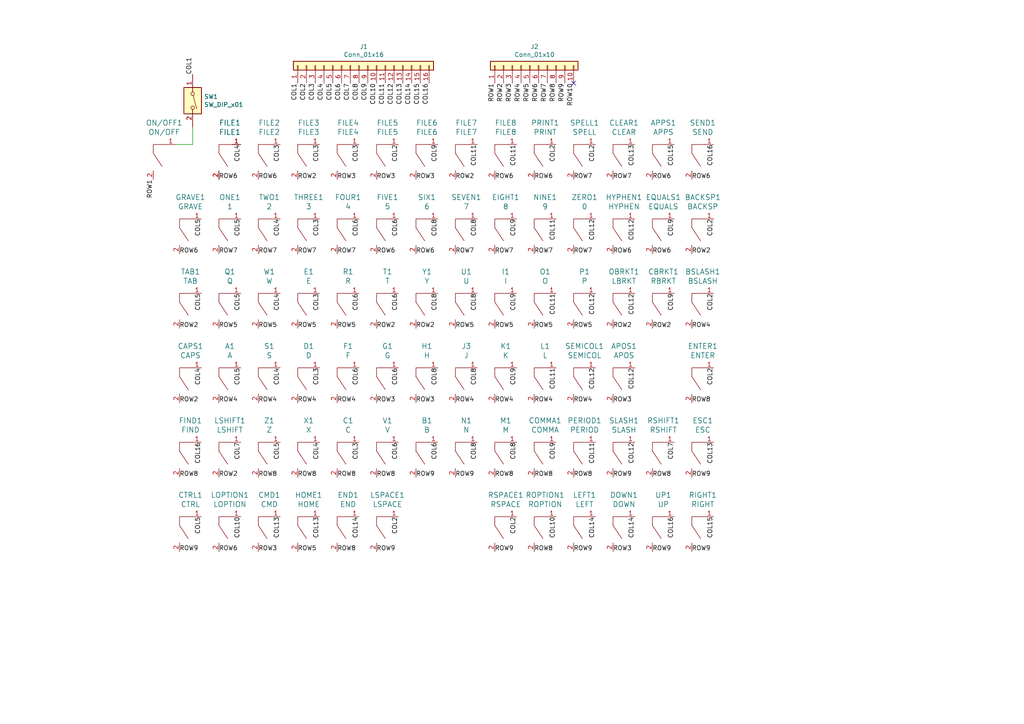
<source format=kicad_sch>
(kicad_sch (version 20231120) (generator "eeschema") (generator_version "8.0")
  (paper "A4")
  (title_block (title "Mechanical Alphasmart 3000 Keyboard, QWERTY layout") (rev "C") (comment 2 "LazyDog on GH") (comment 3 "jyamine815@gmail.com") (comment 4 "Joe Yamine"))
  (lib_symbols
    (symbol "Connector_Generic:Conn_01x10" (pin_names (offset 1.016) hide)
      (property "Reference" "J" (at 0 12.7 0))
      (property "Value" "Conn_01x10" (at 0 -15.24 0))
      (symbol "Conn_01x10_1_1"
        (rectangle (start -1.27 -12.573) (end 0 -12.827) (stroke (width 0.1524)))
        (rectangle (start -1.27 -10.033) (end 0 -10.287) (stroke (width 0.1524)))
        (rectangle (start -1.27 -7.493) (end 0 -7.747) (stroke (width 0.1524)))
        (rectangle (start -1.27 -4.953) (end 0 -5.207) (stroke (width 0.1524)))
        (rectangle (start -1.27 -2.413) (end 0 -2.667) (stroke (width 0.1524)))
        (rectangle (start -1.27 0.127) (end 0 -0.127) (stroke (width 0.1524)))
        (rectangle (start -1.27 2.667) (end 0 2.413) (stroke (width 0.1524)))
        (rectangle (start -1.27 5.207) (end 0 4.953) (stroke (width 0.1524)))
        (rectangle (start -1.27 7.747) (end 0 7.493) (stroke (width 0.1524)))
        (rectangle (start -1.27 10.287) (end 0 10.033) (stroke (width 0.1524)))
        (rectangle (start -1.27 11.43) (end 1.27 -13.97) (stroke (width 0.254)) (fill (type background)))
        (pin passive line (at -5.08 10.16 0) (length 3.81) (name "Pin_1") (number "1"))
        (pin passive line (at -5.08 -12.7 0) (length 3.81) (name "Pin_10") (number "10"))
        (pin passive line (at -5.08 7.62 0) (length 3.81) (name "Pin_2") (number "2"))
        (pin passive line (at -5.08 5.08 0) (length 3.81) (name "Pin_3") (number "3"))
        (pin passive line (at -5.08 2.54 0) (length 3.81) (name "Pin_4") (number "4"))
        (pin passive line (at -5.08 0 0) (length 3.81) (name "Pin_5") (number "5"))
        (pin passive line (at -5.08 -2.54 0) (length 3.81) (name "Pin_6") (number "6"))
        (pin passive line (at -5.08 -5.08 0) (length 3.81) (name "Pin_7") (number "7"))
        (pin passive line (at -5.08 -7.62 0) (length 3.81) (name "Pin_8") (number "8"))
        (pin passive line (at -5.08 -10.16 0) (length 3.81) (name "Pin_9") (number "9"))
      )
    )
    (symbol "Connector_Generic:Conn_01x16" (pin_names (offset 1.016) hide)
      (property "Reference" "J" (at 0 20.32 0))
      (property "Value" "Conn_01x16" (at 0 -22.86 0))
      (symbol "Conn_01x16_1_1"
        (rectangle (start -1.27 -20.193) (end 0 -20.447) (stroke (width 0.1524)))
        (rectangle (start -1.27 -17.653) (end 0 -17.907) (stroke (width 0.1524)))
        (rectangle (start -1.27 -15.113) (end 0 -15.367) (stroke (width 0.1524)))
        (rectangle (start -1.27 -12.573) (end 0 -12.827) (stroke (width 0.1524)))
        (rectangle (start -1.27 -10.033) (end 0 -10.287) (stroke (width 0.1524)))
        (rectangle (start -1.27 -7.493) (end 0 -7.747) (stroke (width 0.1524)))
        (rectangle (start -1.27 -4.953) (end 0 -5.207) (stroke (width 0.1524)))
        (rectangle (start -1.27 -2.413) (end 0 -2.667) (stroke (width 0.1524)))
        (rectangle (start -1.27 0.127) (end 0 -0.127) (stroke (width 0.1524)))
        (rectangle (start -1.27 2.667) (end 0 2.413) (stroke (width 0.1524)))
        (rectangle (start -1.27 5.207) (end 0 4.953) (stroke (width 0.1524)))
        (rectangle (start -1.27 7.747) (end 0 7.493) (stroke (width 0.1524)))
        (rectangle (start -1.27 10.287) (end 0 10.033) (stroke (width 0.1524)))
        (rectangle (start -1.27 12.827) (end 0 12.573) (stroke (width 0.1524)))
        (rectangle (start -1.27 15.367) (end 0 15.113) (stroke (width 0.1524)))
        (rectangle (start -1.27 17.907) (end 0 17.653) (stroke (width 0.1524)))
        (rectangle (start -1.27 19.05) (end 1.27 -21.59) (stroke (width 0.254)) (fill (type background)))
        (pin passive line (at -5.08 17.78 0) (length 3.81) (name "Pin_1") (number "1"))
        (pin passive line (at -5.08 -5.08 0) (length 3.81) (name "Pin_10") (number "10"))
        (pin passive line (at -5.08 -7.62 0) (length 3.81) (name "Pin_11") (number "11"))
        (pin passive line (at -5.08 -10.16 0) (length 3.81) (name "Pin_12") (number "12"))
        (pin passive line (at -5.08 -12.7 0) (length 3.81) (name "Pin_13") (number "13"))
        (pin passive line (at -5.08 -15.24 0) (length 3.81) (name "Pin_14") (number "14"))
        (pin passive line (at -5.08 -17.78 0) (length 3.81) (name "Pin_15") (number "15"))
        (pin passive line (at -5.08 -20.32 0) (length 3.81) (name "Pin_16") (number "16"))
        (pin passive line (at -5.08 15.24 0) (length 3.81) (name "Pin_2") (number "2"))
        (pin passive line (at -5.08 12.7 0) (length 3.81) (name "Pin_3") (number "3"))
        (pin passive line (at -5.08 10.16 0) (length 3.81) (name "Pin_4") (number "4"))
        (pin passive line (at -5.08 7.62 0) (length 3.81) (name "Pin_5") (number "5"))
        (pin passive line (at -5.08 5.08 0) (length 3.81) (name "Pin_6") (number "6"))
        (pin passive line (at -5.08 2.54 0) (length 3.81) (name "Pin_7") (number "7"))
        (pin passive line (at -5.08 0 0) (length 3.81) (name "Pin_8") (number "8"))
        (pin passive line (at -5.08 -2.54 0) (length 3.81) (name "Pin_9") (number "9"))
      )
    )
    (symbol "Switch:SW_DIP_x01" (pin_names (offset 0) hide)
      (property "Reference" "SW" (at 0 3.81 0))
      (property "Value" "SW_DIP_x01" (at 0 -3.81 0))
      (symbol "SW_DIP_x01_0_0"
        (circle (center -2.032 0) (radius 0.508))
        (polyline (pts (xy -1.524 0.127) (xy 2.3622 1.1684)))
        (circle (center 2.032 0) (radius 0.508))
      )
      (symbol "SW_DIP_x01_0_1"
        (rectangle (start -3.81 2.54) (end 3.81 -2.54) (stroke (width 0.254)) (fill (type background)))
      )
      (symbol "SW_DIP_x01_1_1"
        (pin passive line (at -7.62 0 0) (length 5.08) (name "~") (number "1"))
        (pin passive line (at 7.62 0 180) (length 5.08) (name "~") (number "2"))
      )
    )
    (symbol "qwerty-rescue:MX1A-mx1a" (pin_names (offset 1.016))
      (property "Reference" "S" (at -3.81 6.35 0))
      (property "Value" "mx1a_MX1A" (at 0 2.54 0))
      (symbol "MX1A-mx1a_0_1"
        (polyline (pts (xy -2.54 3.81) (xy 1.27 6.35)))
        (polyline (pts (xy -5.08 7.62) (xy -5.08 3.81) (xy -2.54 3.81)))
      )
      (symbol "MX1A-mx1a_1_1"
        (pin passive line (at -5.08 10.16 270) (length 2.54) (name "~") (number "1"))
        (pin passive line (at 5.08 3.81 180) (length 2.54) (name "~") (number "2"))
      )
    )
  )
  (no_connect (at 166.37 24.13))
  (wire (pts (xy 50.8 41.91) (xy 55.88 41.91)))
  (wire (pts (xy 55.88 41.91) (xy 55.88 36.83)))
  (label "ROW8" (at 189.23 138.43 0))
  (label "COL2" (at 161.29 41.91 270))
  (label "COL8" (at 138.43 63.5 270))
  (label "COL3" (at 91.44 24.13 270))
  (label "ROW6" (at 156.21 24.13 270))
  (label "COL7" (at 69.85 128.27 270))
  (label "ROW2" (at 109.22 95.25 0))
  (label "COL5" (at 69.85 85.09 270))
  (label "COL10" (at 109.22 24.13 270))
  (label "ROW3" (at 177.8 160.02 0))
  (label "ROW7" (at 166.37 73.66 0))
  (label "COL15" (at 121.92 24.13 270))
  (label "COL2" (at 207.01 85.09 270))
  (label "ROW3" (at 109.22 116.84 0))
  (label "ROW9" (at 163.83 24.13 270))
  (label "ROW2" (at 52.07 116.84 0))
  (label "COL6" (at 104.14 106.68 270))
  (label "COL8" (at 138.43 106.68 270))
  (label "ROW4" (at 166.37 116.84 0))
  (label "COL3" (at 92.71 85.09 270))
  (label "COL2" (at 207.01 63.5 270))
  (label "ROW7" (at 97.79 73.66 0))
  (label "ROW4" (at 143.51 116.84 0))
  (label "ROW4" (at 132.08 116.84 0))
  (label "COL6" (at 99.06 24.13 270))
  (label "ROW2" (at 189.23 95.25 0))
  (label "COL10" (at 161.29 149.86 270))
  (label "ROW4" (at 97.79 116.84 0))
  (label "COL11" (at 111.76 24.13 270))
  (label "COL12" (at 172.72 85.09 270))
  (label "ROW9" (at 132.08 138.43 0))
  (label "ROW2" (at 177.8 95.25 0))
  (label "ROW9" (at 177.8 138.43 0))
  (label "COL8" (at 127 85.09 270))
  (label "COL6" (at 115.57 63.5 270))
  (label "ROW5" (at 166.37 95.25 0))
  (label "COL5" (at 81.28 128.27 270))
  (label "COL3" (at 92.71 63.5 270))
  (label "COL16" (at 58.42 128.27 270))
  (label "COL8" (at 138.43 128.27 270))
  (label "ROW4" (at 200.66 95.25 0))
  (label "COL11" (at 161.29 106.68 270))
  (label "COL9" (at 127 41.91 270))
  (label "ROW6" (at 189.23 52.07 0))
  (label "ROW5" (at 74.93 95.25 0))
  (label "ROW5" (at 154.94 95.25 0))
  (label "ROW5" (at 153.67 24.13 270))
  (label "COL8" (at 138.43 85.09 270))
  (label "COL4" (at 81.28 85.09 270))
  (label "ROW3" (at 120.65 52.07 0))
  (label "COL5" (at 69.85 63.5 270))
  (label "COL13" (at 207.01 128.27 270))
  (label "ROW6" (at 177.8 73.66 0))
  (label "ROW6" (at 74.93 52.07 0))
  (label "ROW7" (at 154.94 73.66 0))
  (label "ROW8" (at 154.94 160.02 0))
  (label "COL5" (at 58.42 85.09 270))
  (label "ROW9" (at 109.22 160.02 0))
  (label "ROW9" (at 52.07 160.02 0))
  (label "COL1" (at 86.36 24.13 270))
  (label "COL15" (at 195.58 41.91 270))
  (label "COL16" (at 124.46 24.13 270))
  (label "ROW6" (at 63.5 160.02 0))
  (label "ROW9" (at 189.23 160.02 0))
  (label "ROW4" (at 154.94 116.84 0))
  (label "COL13" (at 184.15 41.91 270))
  (label "ROW2" (at 132.08 52.07 0))
  (label "ROW7" (at 177.8 52.07 0))
  (label "COL5" (at 96.52 24.13 270))
  (label "ROW4" (at 63.5 116.84 0))
  (label "COL14" (at 104.14 149.86 270))
  (label "ROW6" (at 63.5 52.07 0))
  (label "ROW6" (at 143.51 52.07 0))
  (label "COL9" (at 195.58 85.09 270))
  (label "COL7" (at 195.58 128.27 270))
  (label "ROW3" (at 148.59 24.13 270))
  (label "ROW2" (at 63.5 138.43 0))
  (label "ROW3" (at 97.79 52.07 0))
  (label "COL11" (at 161.29 85.09 270))
  (label "ROW4" (at 86.36 116.84 0))
  (label "COL1" (at 55.88 21.59 90))
  (label "COL4" (at 81.28 106.68 270))
  (label "COL6" (at 115.57 85.09 270))
  (label "ROW6" (at 52.07 73.66 0))
  (label "ROW1" (at 44.45 52.07 270))
  (label "ROW9" (at 143.51 160.02 0))
  (label "ROW8" (at 97.79 138.43 0))
  (label "COL5" (at 69.85 106.68 270))
  (label "COL2" (at 149.86 149.86 270))
  (label "COL6" (at 115.57 128.27 270))
  (label "COL5" (at 58.42 149.86 270))
  (label "COL16" (at 207.01 41.91 270))
  (label "ROW7" (at 158.75 24.13 270))
  (label "ROW8" (at 109.22 138.43 0))
  (label "COL14" (at 119.38 24.13 270))
  (label "ROW8" (at 86.36 138.43 0))
  (label "COL5" (at 58.42 63.5 270))
  (label "COL11" (at 161.29 63.5 270))
  (label "ROW5" (at 86.36 160.02 0))
  (label "ROW5" (at 143.51 95.25 0))
  (label "ROW6" (at 200.66 52.07 0))
  (label "ROW9" (at 166.37 160.02 0))
  (label "COL3" (at 81.28 41.91 270))
  (label "COL8" (at 149.86 128.27 270))
  (label "COL3" (at 104.14 41.91 270))
  (label "ROW7" (at 166.37 52.07 0))
  (label "ROW3" (at 177.8 116.84 0))
  (label "ROW8" (at 166.37 138.43 0))
  (label "COL14" (at 172.72 149.86 270))
  (label "ROW7" (at 86.36 73.66 0))
  (label "COL11" (at 172.72 128.27 270))
  (label "ROW5" (at 97.79 95.25 0))
  (label "COL6" (at 104.14 85.09 270))
  (label "COL13" (at 92.71 149.86 270))
  (label "ROW8" (at 97.79 160.02 0))
  (label "COL8" (at 104.14 24.13 270))
  (label "COL12" (at 184.15 128.27 270))
  (label "COL15" (at 207.01 149.86 270))
  (label "ROW2" (at 200.66 73.66 0))
  (label "COL4" (at 58.42 106.68 270))
  (label "COL3" (at 92.71 106.68 270))
  (label "ROW5" (at 86.36 95.25 0))
  (label "ROW8" (at 52.07 138.43 0))
  (label "ROW8" (at 200.66 116.84 0))
  (label "ROW8" (at 154.94 138.43 0))
  (label "COL12" (at 184.15 85.09 270))
  (label "ROW2" (at 146.05 24.13 270))
  (label "COL9" (at 106.68 24.13 270))
  (label "COL12" (at 172.72 106.68 270))
  (label "ROW8" (at 74.93 138.43 0))
  (label "COL16" (at 195.58 149.86 270))
  (label "ROW2" (at 120.65 95.25 0))
  (label "COL4" (at 69.85 41.91 270))
  (label "COL12" (at 114.3 24.13 270))
  (label "ROW9" (at 120.65 138.43 0))
  (label "COL11" (at 149.86 41.91 270))
  (label "COL4" (at 93.98 24.13 270))
  (label "COL12" (at 184.15 63.5 270))
  (label "ROW6" (at 189.23 73.66 0))
  (label "COL9" (at 161.29 128.27 270))
  (label "COL2" (at 115.57 41.91 270))
  (label "ROW6" (at 120.65 73.66 0))
  (label "ROW10" (at 166.37 24.13 270))
  (label "ROW5" (at 63.5 95.25 0))
  (label "ROW9" (at 200.66 160.02 0))
  (label "COL4" (at 92.71 128.27 270))
  (label "ROW5" (at 132.08 95.25 0))
  (label "COL9" (at 149.86 106.68 270))
  (label "COL3" (at 92.71 41.91 270))
  (label "COL12" (at 172.72 63.5 270))
  (label "COL7" (at 101.6 24.13 270))
  (label "COL9" (at 195.58 63.5 270))
  (label "COL2" (at 172.72 41.91 270))
  (label "COL13" (at 81.28 149.86 270))
  (label "COL2" (at 88.9 24.13 270))
  (label "ROW6" (at 109.22 73.66 0))
  (label "COL2" (at 207.01 106.68 270))
  (label "ROW4" (at 151.13 24.13 270))
  (label "ROW9" (at 200.66 138.43 0))
  (label "COL14" (at 184.15 149.86 270))
  (label "COL8" (at 127 63.5 270))
  (label "ROW7" (at 132.08 73.66 0))
  (label "COL4" (at 81.28 63.5 270))
  (label "ROW3" (at 120.65 116.84 0))
  (label "COL3" (at 104.14 128.27 270))
  (label "COL11" (at 138.43 41.91 270))
  (label "ROW4" (at 74.93 116.84 0))
  (label "ROW8" (at 161.29 24.13 270))
  (label "COL6" (at 104.14 63.5 270))
  (label "ROW3" (at 74.93 160.02 0))
  (label "COL9" (at 149.86 85.09 270))
  (label "COL9" (at 149.86 63.5 270))
  (label "COL6" (at 115.57 106.68 270))
  (label "ROW6" (at 154.94 52.07 0))
  (label "ROW2" (at 86.36 52.07 0))
  (label "ROW7" (at 74.93 73.66 0))
  (label "ROW7" (at 63.5 73.66 0))
  (label "COL6" (at 127 128.27 270))
  (label "COL12" (at 184.15 106.68 270))
  (label "COL10" (at 69.85 149.86 270))
  (label "ROW7" (at 143.51 73.66 0))
  (label "COL2" (at 115.57 149.86 270))
  (label "COL8" (at 127 106.68 270))
  (label "ROW1" (at 143.51 24.13 270))
  (label "COL13" (at 116.84 24.13 270))
  (label "ROW2" (at 52.07 95.25 0))
  (label "ROW3" (at 109.22 52.07 0))
  (label "ROW8" (at 143.51 138.43 0))
  (symbol (lib_id "Connector_Generic:Conn_01x16") (at 104.14 19.05 90) (unit 1)
    (property "Reference" "J1" (at 105.5116 13.5382 90))
    (property "Value" "Conn_01x16" (at 105.5116 15.8496 90))
    (property "Footprint" "AS_Parts:SLW16R-1C7LF" (effects (hide yes)))
  )
  (symbol (lib_id "Connector_Generic:Conn_01x10") (at 153.67 19.05 90) (unit 1)
    (property "Reference" "J2" (at 155.0416 13.5382 90))
    (property "Value" "Conn_01x10" (at 155.0416 15.8496 90))
    (property "Footprint" "AS_Parts:HLW10R-2C7LF" (effects (hide yes)))
  )
  (symbol (lib_id "qwerty-rescue:MX1A-mx1a") (at 40.64 46.99 270) (unit 1)
    (property "Reference" "ON/OFF1" (at 47.625 35.6362 90) (effects (font (size 1.524 1.524))))
    (property "Value" "ON/OFF" (at 47.625 38.3286 90) (effects (font (size 1.524 1.524))))
    (property "Footprint" "AS_Parts:MX_ALPS_PG1350" (effects (hide yes)))
  )
  (symbol (lib_id "qwerty-rescue:MX1A-mx1a") (at 59.69 46.99 270) (unit 1)
    (property "Reference" "FILE1" (at 66.675 35.6362 90) (effects (font (size 1.524 1.524))))
    (property "Value" "FILE1" (at 66.675 38.3286 90) (effects (font (size 1.524 1.524))))
    (property "Footprint" "AS_Parts:MX_ALPS_PG1350" (effects (hide yes)))
  )
  (symbol (lib_id "qwerty-rescue:MX1A-mx1a") (at 71.12 46.99 270) (unit 1)
    (property "Reference" "FILE2" (at 78.105 35.6362 90) (effects (font (size 1.524 1.524))))
    (property "Value" "FILE2" (at 78.105 38.3286 90) (effects (font (size 1.524 1.524))))
    (property "Footprint" "AS_Parts:MX_ALPS_PG1350" (effects (hide yes)))
  )
  (symbol (lib_id "qwerty-rescue:MX1A-mx1a") (at 82.55 46.99 270) (unit 1)
    (property "Reference" "FILE3" (at 89.535 35.6362 90) (effects (font (size 1.524 1.524))))
    (property "Value" "FILE3" (at 89.535 38.3286 90) (effects (font (size 1.524 1.524))))
    (property "Footprint" "AS_Parts:MX_ALPS_PG1350" (effects (hide yes)))
  )
  (symbol (lib_id "qwerty-rescue:MX1A-mx1a") (at 93.98 46.99 270) (unit 1)
    (property "Reference" "FILE4" (at 100.965 35.6362 90) (effects (font (size 1.524 1.524))))
    (property "Value" "FILE4" (at 100.965 38.3286 90) (effects (font (size 1.524 1.524))))
    (property "Footprint" "AS_Parts:MX_ALPS_PG1350" (effects (hide yes)))
  )
  (symbol (lib_id "qwerty-rescue:MX1A-mx1a") (at 105.41 46.99 270) (unit 1)
    (property "Reference" "FILE5" (at 112.395 35.6362 90) (effects (font (size 1.524 1.524))))
    (property "Value" "FILE5" (at 112.395 38.3286 90) (effects (font (size 1.524 1.524))))
    (property "Footprint" "AS_Parts:MX_ALPS_PG1350" (effects (hide yes)))
  )
  (symbol (lib_id "qwerty-rescue:MX1A-mx1a") (at 116.84 46.99 270) (unit 1)
    (property "Reference" "FILE6" (at 123.825 35.6362 90) (effects (font (size 1.524 1.524))))
    (property "Value" "FILE6" (at 123.825 38.3286 90) (effects (font (size 1.524 1.524))))
    (property "Footprint" "AS_Parts:MX_ALPS_PG1350" (effects (hide yes)))
  )
  (symbol (lib_id "qwerty-rescue:MX1A-mx1a") (at 128.27 46.99 270) (unit 1)
    (property "Reference" "FILE7" (at 135.255 35.6362 90) (effects (font (size 1.524 1.524))))
    (property "Value" "FILE7" (at 135.255 38.3286 90) (effects (font (size 1.524 1.524))))
    (property "Footprint" "AS_Parts:MX_ALPS_PG1350" (effects (hide yes)))
  )
  (symbol (lib_id "qwerty-rescue:MX1A-mx1a") (at 139.7 46.99 270) (unit 1)
    (property "Reference" "FILE8" (at 146.685 35.6362 90) (effects (font (size 1.524 1.524))))
    (property "Value" "FILE8" (at 146.685 38.3286 90) (effects (font (size 1.524 1.524))))
    (property "Footprint" "AS_Parts:MX_ALPS_PG1350" (effects (hide yes)))
  )
  (symbol (lib_id "qwerty-rescue:MX1A-mx1a") (at 151.13 46.99 270) (unit 1)
    (property "Reference" "PRINT1" (at 158.115 35.6362 90) (effects (font (size 1.524 1.524))))
    (property "Value" "PRINT" (at 158.115 38.3286 90) (effects (font (size 1.524 1.524))))
    (property "Footprint" "AS_Parts:MX_ALPS_PG1350" (effects (hide yes)))
  )
  (symbol (lib_id "qwerty-rescue:MX1A-mx1a") (at 162.56 46.99 270) (unit 1)
    (property "Reference" "SPELL1" (at 169.545 35.6362 90) (effects (font (size 1.524 1.524))))
    (property "Value" "SPELL" (at 169.545 38.3286 90) (effects (font (size 1.524 1.524))))
    (property "Footprint" "AS_Parts:MX_ALPS_PG1350" (effects (hide yes)))
  )
  (symbol (lib_id "qwerty-rescue:MX1A-mx1a") (at 173.99 46.99 270) (unit 1)
    (property "Reference" "CLEAR1" (at 180.975 35.6362 90) (effects (font (size 1.524 1.524))))
    (property "Value" "CLEAR" (at 180.975 38.3286 90) (effects (font (size 1.524 1.524))))
    (property "Footprint" "AS_Parts:MX_ALPS_PG1350" (effects (hide yes)))
  )
  (symbol (lib_id "qwerty-rescue:MX1A-mx1a") (at 185.42 46.99 270) (unit 1)
    (property "Reference" "APPS1" (at 192.405 35.6362 90) (effects (font (size 1.524 1.524))))
    (property "Value" "APPS" (at 192.405 38.3286 90) (effects (font (size 1.524 1.524))))
    (property "Footprint" "AS_Parts:MX_ALPS_PG1350" (effects (hide yes)))
  )
  (symbol (lib_id "qwerty-rescue:MX1A-mx1a") (at 196.85 46.99 270) (unit 1)
    (property "Reference" "SEND1" (at 203.835 35.6362 90) (effects (font (size 1.524 1.524))))
    (property "Value" "SEND" (at 203.835 38.3286 90) (effects (font (size 1.524 1.524))))
    (property "Footprint" "AS_Parts:MX_ALPS_PG1350" (effects (hide yes)))
  )
  (symbol (lib_id "qwerty-rescue:MX1A-mx1a") (at 48.26 68.58 270) (unit 1)
    (property "Reference" "GRAVE1" (at 55.245 57.2262 90) (effects (font (size 1.524 1.524))))
    (property "Value" "GRAVE" (at 55.245 59.9186 90) (effects (font (size 1.524 1.524))))
    (property "Footprint" "AS_Parts:MX_ALPS_PG1350" (effects (hide yes)))
  )
  (symbol (lib_id "qwerty-rescue:MX1A-mx1a") (at 59.69 68.58 270) (unit 1)
    (property "Reference" "ONE1" (at 66.675 57.2262 90) (effects (font (size 1.524 1.524))))
    (property "Value" "1" (at 66.675 59.9186 90) (effects (font (size 1.524 1.524))))
    (property "Footprint" "AS_Parts:MX_ALPS_PG1350" (effects (hide yes)))
  )
  (symbol (lib_id "qwerty-rescue:MX1A-mx1a") (at 71.12 68.58 270) (unit 1)
    (property "Reference" "TWO1" (at 78.105 57.2262 90) (effects (font (size 1.524 1.524))))
    (property "Value" "2" (at 78.105 59.9186 90) (effects (font (size 1.524 1.524))))
    (property "Footprint" "AS_Parts:MX_ALPS_PG1350" (effects (hide yes)))
  )
  (symbol (lib_id "qwerty-rescue:MX1A-mx1a") (at 82.55 68.58 270) (unit 1)
    (property "Reference" "THREE1" (at 89.535 57.2262 90) (effects (font (size 1.524 1.524))))
    (property "Value" "3" (at 89.535 59.9186 90) (effects (font (size 1.524 1.524))))
    (property "Footprint" "AS_Parts:MX_ALPS_PG1350" (effects (hide yes)))
  )
  (symbol (lib_id "qwerty-rescue:MX1A-mx1a") (at 93.98 68.58 270) (unit 1)
    (property "Reference" "FOUR1" (at 100.965 57.2262 90) (effects (font (size 1.524 1.524))))
    (property "Value" "4" (at 100.965 59.9186 90) (effects (font (size 1.524 1.524))))
    (property "Footprint" "AS_Parts:MX_ALPS_PG1350" (effects (hide yes)))
  )
  (symbol (lib_id "qwerty-rescue:MX1A-mx1a") (at 105.41 68.58 270) (unit 1)
    (property "Reference" "FIVE1" (at 112.395 57.2262 90) (effects (font (size 1.524 1.524))))
    (property "Value" "5" (at 112.395 59.9186 90) (effects (font (size 1.524 1.524))))
    (property "Footprint" "AS_Parts:MX_ALPS_PG1350" (effects (hide yes)))
  )
  (symbol (lib_id "qwerty-rescue:MX1A-mx1a") (at 116.84 68.58 270) (unit 1)
    (property "Reference" "SIX1" (at 123.825 57.2262 90) (effects (font (size 1.524 1.524))))
    (property "Value" "6" (at 123.825 59.9186 90) (effects (font (size 1.524 1.524))))
    (property "Footprint" "AS_Parts:MX_ALPS_PG1350" (effects (hide yes)))
  )
  (symbol (lib_id "qwerty-rescue:MX1A-mx1a") (at 128.27 68.58 270) (unit 1)
    (property "Reference" "SEVEN1" (at 135.255 57.2262 90) (effects (font (size 1.524 1.524))))
    (property "Value" "7" (at 135.255 59.9186 90) (effects (font (size 1.524 1.524))))
    (property "Footprint" "AS_Parts:MX_ALPS_PG1350" (effects (hide yes)))
  )
  (symbol (lib_id "qwerty-rescue:MX1A-mx1a") (at 139.7 68.58 270) (unit 1)
    (property "Reference" "EIGHT1" (at 146.685 57.2262 90) (effects (font (size 1.524 1.524))))
    (property "Value" "8" (at 146.685 59.9186 90) (effects (font (size 1.524 1.524))))
    (property "Footprint" "AS_Parts:MX_ALPS_PG1350" (effects (hide yes)))
  )
  (symbol (lib_id "qwerty-rescue:MX1A-mx1a") (at 151.13 68.58 270) (unit 1)
    (property "Reference" "NINE1" (at 158.115 57.2262 90) (effects (font (size 1.524 1.524))))
    (property "Value" "9" (at 158.115 59.9186 90) (effects (font (size 1.524 1.524))))
    (property "Footprint" "AS_Parts:MX_ALPS_PG1350" (effects (hide yes)))
  )
  (symbol (lib_id "qwerty-rescue:MX1A-mx1a") (at 162.56 68.58 270) (unit 1)
    (property "Reference" "ZERO1" (at 169.545 57.2262 90) (effects (font (size 1.524 1.524))))
    (property "Value" "0" (at 169.545 59.9186 90) (effects (font (size 1.524 1.524))))
    (property "Footprint" "AS_Parts:MX_ALPS_PG1350" (effects (hide yes)))
  )
  (symbol (lib_id "qwerty-rescue:MX1A-mx1a") (at 173.99 68.58 270) (unit 1)
    (property "Reference" "HYPHEN1" (at 180.975 57.2262 90) (effects (font (size 1.524 1.524))))
    (property "Value" "HYPHEN" (at 180.975 59.9186 90) (effects (font (size 1.524 1.524))))
    (property "Footprint" "AS_Parts:MX_ALPS_PG1350" (effects (hide yes)))
  )
  (symbol (lib_id "qwerty-rescue:MX1A-mx1a") (at 185.42 68.58 270) (unit 1)
    (property "Reference" "EQUALS1" (at 192.405 57.2262 90) (effects (font (size 1.524 1.524))))
    (property "Value" "EQUALS" (at 192.405 59.9186 90) (effects (font (size 1.524 1.524))))
    (property "Footprint" "AS_Parts:MX_ALPS_PG1350" (effects (hide yes)))
  )
  (symbol (lib_id "qwerty-rescue:MX1A-mx1a") (at 196.85 68.58 270) (unit 1)
    (property "Reference" "BACKSP1" (at 203.835 57.2262 90) (effects (font (size 1.524 1.524))))
    (property "Value" "BACKSP" (at 203.835 59.9186 90) (effects (font (size 1.524 1.524))))
    (property "Footprint" "AS_Parts:MX_ALPS_PG1350" (effects (hide yes)))
  )
  (symbol (lib_id "Switch:SW_DIP_x01") (at 55.88 29.21 270) (unit 1)
    (property "Reference" "SW1" (at 59.182 28.0416 90) (effects (justify left)))
    (property "Value" "SW_DIP_x01" (at 59.182 30.353 90) (effects (justify left)))
    (property "Footprint" "AS_Parts:SW_DIP_SPSTx01_Slide_9.78x4.72mm_W7.62mm_P2.54mm_wJumper" (effects (hide yes)))
  )
  (symbol (lib_id "qwerty-rescue:MX1A-mx1a") (at 48.26 90.17 270) (unit 1)
    (property "Reference" "TAB1" (at 55.245 78.8162 90) (effects (font (size 1.524 1.524))))
    (property "Value" "TAB" (at 55.245 81.5086 90) (effects (font (size 1.524 1.524))))
    (property "Footprint" "AS_Parts:MX_ALPS_PG1350" (effects (hide yes)))
  )
  (symbol (lib_id "qwerty-rescue:MX1A-mx1a") (at 59.69 90.17 270) (unit 1)
    (property "Reference" "Q1" (at 66.675 78.8162 90) (effects (font (size 1.524 1.524))))
    (property "Value" "Q" (at 66.675 81.5086 90) (effects (font (size 1.524 1.524))))
    (property "Footprint" "AS_Parts:MX_ALPS_PG1350" (effects (hide yes)))
  )
  (symbol (lib_id "qwerty-rescue:MX1A-mx1a") (at 71.12 90.17 270) (unit 1)
    (property "Reference" "W1" (at 78.105 78.8162 90) (effects (font (size 1.524 1.524))))
    (property "Value" "W" (at 78.105 81.5086 90) (effects (font (size 1.524 1.524))))
    (property "Footprint" "AS_Parts:MX_ALPS_PG1350" (effects (hide yes)))
  )
  (symbol (lib_id "qwerty-rescue:MX1A-mx1a") (at 82.55 90.17 270) (unit 1)
    (property "Reference" "E1" (at 89.535 78.8162 90) (effects (font (size 1.524 1.524))))
    (property "Value" "E" (at 89.535 81.5086 90) (effects (font (size 1.524 1.524))))
    (property "Footprint" "AS_Parts:MX_ALPS_PG1350" (effects (hide yes)))
  )
  (symbol (lib_id "qwerty-rescue:MX1A-mx1a") (at 93.98 90.17 270) (unit 1)
    (property "Reference" "R1" (at 100.965 78.8162 90) (effects (font (size 1.524 1.524))))
    (property "Value" "R" (at 100.965 81.5086 90) (effects (font (size 1.524 1.524))))
    (property "Footprint" "AS_Parts:MX_ALPS_PG1350" (effects (hide yes)))
  )
  (symbol (lib_id "qwerty-rescue:MX1A-mx1a") (at 105.41 90.17 270) (unit 1)
    (property "Reference" "T1" (at 112.395 78.8162 90) (effects (font (size 1.524 1.524))))
    (property "Value" "T" (at 112.395 81.5086 90) (effects (font (size 1.524 1.524))))
    (property "Footprint" "AS_Parts:MX_ALPS_PG1350" (effects (hide yes)))
  )
  (symbol (lib_id "qwerty-rescue:MX1A-mx1a") (at 116.84 90.17 270) (unit 1)
    (property "Reference" "Y1" (at 123.825 78.8162 90) (effects (font (size 1.524 1.524))))
    (property "Value" "Y" (at 123.825 81.5086 90) (effects (font (size 1.524 1.524))))
    (property "Footprint" "AS_Parts:MX_ALPS_PG1350" (effects (hide yes)))
  )
  (symbol (lib_id "qwerty-rescue:MX1A-mx1a") (at 128.27 90.17 270) (unit 1)
    (property "Reference" "U1" (at 135.255 78.8162 90) (effects (font (size 1.524 1.524))))
    (property "Value" "U" (at 135.255 81.5086 90) (effects (font (size 1.524 1.524))))
    (property "Footprint" "AS_Parts:MX_ALPS_PG1350" (effects (hide yes)))
  )
  (symbol (lib_id "qwerty-rescue:MX1A-mx1a") (at 139.7 90.17 270) (unit 1)
    (property "Reference" "I1" (at 146.685 78.8162 90) (effects (font (size 1.524 1.524))))
    (property "Value" "I" (at 146.685 81.5086 90) (effects (font (size 1.524 1.524))))
    (property "Footprint" "AS_Parts:MX_ALPS_PG1350" (effects (hide yes)))
  )
  (symbol (lib_id "qwerty-rescue:MX1A-mx1a") (at 151.13 90.17 270) (unit 1)
    (property "Reference" "O1" (at 158.115 78.8162 90) (effects (font (size 1.524 1.524))))
    (property "Value" "O" (at 158.115 81.5086 90) (effects (font (size 1.524 1.524))))
    (property "Footprint" "AS_Parts:MX_ALPS_PG1350" (effects (hide yes)))
  )
  (symbol (lib_id "qwerty-rescue:MX1A-mx1a") (at 162.56 90.17 270) (unit 1)
    (property "Reference" "P1" (at 169.545 78.8162 90) (effects (font (size 1.524 1.524))))
    (property "Value" "P" (at 169.545 81.5086 90) (effects (font (size 1.524 1.524))))
    (property "Footprint" "AS_Parts:MX_ALPS_PG1350" (effects (hide yes)))
  )
  (symbol (lib_id "qwerty-rescue:MX1A-mx1a") (at 173.99 90.17 270) (unit 1)
    (property "Reference" "OBRKT1" (at 180.975 78.8162 90) (effects (font (size 1.524 1.524))))
    (property "Value" "LBRKT" (at 180.975 81.5086 90) (effects (font (size 1.524 1.524))))
    (property "Footprint" "AS_Parts:MX_ALPS_PG1350" (effects (hide yes)))
  )
  (symbol (lib_id "qwerty-rescue:MX1A-mx1a") (at 185.42 90.17 270) (unit 1)
    (property "Reference" "CBRKT1" (at 192.405 78.8162 90) (effects (font (size 1.524 1.524))))
    (property "Value" "RBRKT" (at 192.405 81.5086 90) (effects (font (size 1.524 1.524))))
    (property "Footprint" "AS_Parts:MX_ALPS_PG1350" (effects (hide yes)))
  )
  (symbol (lib_id "qwerty-rescue:MX1A-mx1a") (at 196.85 90.17 270) (unit 1)
    (property "Reference" "BSLASH1" (at 203.835 78.8162 90) (effects (font (size 1.524 1.524))))
    (property "Value" "BSLASH" (at 203.835 81.5086 90) (effects (font (size 1.524 1.524))))
    (property "Footprint" "AS_Parts:MX_ALPS_PG1350" (effects (hide yes)))
  )
  (symbol (lib_id "qwerty-rescue:MX1A-mx1a") (at 48.26 111.76 270) (unit 1)
    (property "Reference" "CAPS1" (at 55.245 100.4062 90) (effects (font (size 1.524 1.524))))
    (property "Value" "CAPS" (at 55.245 103.0986 90) (effects (font (size 1.524 1.524))))
    (property "Footprint" "AS_Parts:MX_ALPS_PG1350" (effects (hide yes)))
  )
  (symbol (lib_id "qwerty-rescue:MX1A-mx1a") (at 59.69 111.76 270) (unit 1)
    (property "Reference" "A1" (at 66.675 100.4062 90) (effects (font (size 1.524 1.524))))
    (property "Value" "A" (at 66.675 103.0986 90) (effects (font (size 1.524 1.524))))
    (property "Footprint" "AS_Parts:MX_ALPS_PG1350" (effects (hide yes)))
  )
  (symbol (lib_id "qwerty-rescue:MX1A-mx1a") (at 71.12 111.76 270) (unit 1)
    (property "Reference" "S1" (at 78.105 100.4062 90) (effects (font (size 1.524 1.524))))
    (property "Value" "S" (at 78.105 103.0986 90) (effects (font (size 1.524 1.524))))
    (property "Footprint" "AS_Parts:MX_ALPS_PG1350" (effects (hide yes)))
  )
  (symbol (lib_id "qwerty-rescue:MX1A-mx1a") (at 82.55 111.76 270) (unit 1)
    (property "Reference" "D1" (at 89.535 100.4062 90) (effects (font (size 1.524 1.524))))
    (property "Value" "D" (at 89.535 103.0986 90) (effects (font (size 1.524 1.524))))
    (property "Footprint" "AS_Parts:MX_ALPS_PG1350" (effects (hide yes)))
  )
  (symbol (lib_id "qwerty-rescue:MX1A-mx1a") (at 93.98 111.76 270) (unit 1)
    (property "Reference" "F1" (at 100.965 100.4062 90) (effects (font (size 1.524 1.524))))
    (property "Value" "F" (at 100.965 103.0986 90) (effects (font (size 1.524 1.524))))
    (property "Footprint" "AS_Parts:MX_ALPS_PG1350" (effects (hide yes)))
  )
  (symbol (lib_id "qwerty-rescue:MX1A-mx1a") (at 105.41 111.76 270) (unit 1)
    (property "Reference" "G1" (at 112.395 100.4062 90) (effects (font (size 1.524 1.524))))
    (property "Value" "G" (at 112.395 103.0986 90) (effects (font (size 1.524 1.524))))
    (property "Footprint" "AS_Parts:MX_ALPS_PG1350" (effects (hide yes)))
  )
  (symbol (lib_id "qwerty-rescue:MX1A-mx1a") (at 116.84 111.76 270) (unit 1)
    (property "Reference" "H1" (at 123.825 100.4062 90) (effects (font (size 1.524 1.524))))
    (property "Value" "H" (at 123.825 103.0986 90) (effects (font (size 1.524 1.524))))
    (property "Footprint" "AS_Parts:MX_ALPS_PG1350" (effects (hide yes)))
  )
  (symbol (lib_id "qwerty-rescue:MX1A-mx1a") (at 128.27 111.76 270) (unit 1)
    (property "Reference" "J3" (at 135.255 100.4062 90) (effects (font (size 1.524 1.524))))
    (property "Value" "J" (at 135.255 103.0986 90) (effects (font (size 1.524 1.524))))
    (property "Footprint" "AS_Parts:MX_ALPS_PG1350" (effects (hide yes)))
  )
  (symbol (lib_id "qwerty-rescue:MX1A-mx1a") (at 139.7 111.76 270) (unit 1)
    (property "Reference" "K1" (at 146.685 100.4062 90) (effects (font (size 1.524 1.524))))
    (property "Value" "K" (at 146.685 103.0986 90) (effects (font (size 1.524 1.524))))
    (property "Footprint" "AS_Parts:MX_ALPS_PG1350" (effects (hide yes)))
  )
  (symbol (lib_id "qwerty-rescue:MX1A-mx1a") (at 151.13 111.76 270) (unit 1)
    (property "Reference" "L1" (at 158.115 100.4062 90) (effects (font (size 1.524 1.524))))
    (property "Value" "L" (at 158.115 103.0986 90) (effects (font (size 1.524 1.524))))
    (property "Footprint" "AS_Parts:MX_ALPS_PG1350" (effects (hide yes)))
  )
  (symbol (lib_id "qwerty-rescue:MX1A-mx1a") (at 162.56 111.76 270) (unit 1)
    (property "Reference" "SEMICOL1" (at 169.545 100.4062 90) (effects (font (size 1.524 1.524))))
    (property "Value" "SEMICOL" (at 169.545 103.0986 90) (effects (font (size 1.524 1.524))))
    (property "Footprint" "AS_Parts:MX_ALPS_PG1350" (effects (hide yes)))
  )
  (symbol (lib_id "qwerty-rescue:MX1A-mx1a") (at 173.99 111.76 270) (unit 1)
    (property "Reference" "APOS1" (at 180.975 100.4062 90) (effects (font (size 1.524 1.524))))
    (property "Value" "APOS" (at 180.975 103.0986 90) (effects (font (size 1.524 1.524))))
    (property "Footprint" "AS_Parts:MX_ALPS_PG1350" (effects (hide yes)))
  )
  (symbol (lib_id "qwerty-rescue:MX1A-mx1a") (at 196.85 111.76 270) (unit 1)
    (property "Reference" "ENTER1" (at 203.835 100.4062 90) (effects (font (size 1.524 1.524))))
    (property "Value" "ENTER" (at 203.835 103.0986 90) (effects (font (size 1.524 1.524))))
    (property "Footprint" "AS_Parts:MX_ALPS_PG1350" (effects (hide yes)))
  )
  (symbol (lib_id "qwerty-rescue:MX1A-mx1a") (at 48.26 133.35 270) (unit 1)
    (property "Reference" "FIND1" (at 55.245 121.9962 90) (effects (font (size 1.524 1.524))))
    (property "Value" "FIND" (at 55.245 124.6886 90) (effects (font (size 1.524 1.524))))
    (property "Footprint" "AS_Parts:MX_ALPS_PG1350" (effects (hide yes)))
  )
  (symbol (lib_id "qwerty-rescue:MX1A-mx1a") (at 59.69 133.35 270) (unit 1)
    (property "Reference" "LSHIFT1" (at 66.675 121.9962 90) (effects (font (size 1.524 1.524))))
    (property "Value" "LSHIFT" (at 66.675 124.6886 90) (effects (font (size 1.524 1.524))))
    (property "Footprint" "AS_Parts:MX_ALPS_PG1350" (effects (hide yes)))
  )
  (symbol (lib_id "qwerty-rescue:MX1A-mx1a") (at 71.12 133.35 270) (unit 1)
    (property "Reference" "Z1" (at 78.105 121.9962 90) (effects (font (size 1.524 1.524))))
    (property "Value" "Z" (at 78.105 124.6886 90) (effects (font (size 1.524 1.524))))
    (property "Footprint" "AS_Parts:MX_ALPS_PG1350" (effects (hide yes)))
  )
  (symbol (lib_id "qwerty-rescue:MX1A-mx1a") (at 82.55 133.35 270) (unit 1)
    (property "Reference" "X1" (at 89.535 121.9962 90) (effects (font (size 1.524 1.524))))
    (property "Value" "X" (at 89.535 124.6886 90) (effects (font (size 1.524 1.524))))
    (property "Footprint" "AS_Parts:MX_ALPS_PG1350" (effects (hide yes)))
  )
  (symbol (lib_id "qwerty-rescue:MX1A-mx1a") (at 93.98 133.35 270) (unit 1)
    (property "Reference" "C1" (at 100.965 121.9962 90) (effects (font (size 1.524 1.524))))
    (property "Value" "C" (at 100.965 124.6886 90) (effects (font (size 1.524 1.524))))
    (property "Footprint" "AS_Parts:MX_ALPS_PG1350" (effects (hide yes)))
  )
  (symbol (lib_id "qwerty-rescue:MX1A-mx1a") (at 105.41 133.35 270) (unit 1)
    (property "Reference" "V1" (at 112.395 121.9962 90) (effects (font (size 1.524 1.524))))
    (property "Value" "V" (at 112.395 124.6886 90) (effects (font (size 1.524 1.524))))
    (property "Footprint" "AS_Parts:MX_ALPS_PG1350" (effects (hide yes)))
  )
  (symbol (lib_id "qwerty-rescue:MX1A-mx1a") (at 116.84 133.35 270) (unit 1)
    (property "Reference" "B1" (at 123.825 121.9962 90) (effects (font (size 1.524 1.524))))
    (property "Value" "B" (at 123.825 124.6886 90) (effects (font (size 1.524 1.524))))
    (property "Footprint" "AS_Parts:MX_ALPS_PG1350" (effects (hide yes)))
  )
  (symbol (lib_id "qwerty-rescue:MX1A-mx1a") (at 128.27 133.35 270) (unit 1)
    (property "Reference" "N1" (at 135.255 121.9962 90) (effects (font (size 1.524 1.524))))
    (property "Value" "N" (at 135.255 124.6886 90) (effects (font (size 1.524 1.524))))
    (property "Footprint" "AS_Parts:MX_ALPS_PG1350" (effects (hide yes)))
  )
  (symbol (lib_id "qwerty-rescue:MX1A-mx1a") (at 139.7 133.35 270) (unit 1)
    (property "Reference" "M1" (at 146.685 121.9962 90) (effects (font (size 1.524 1.524))))
    (property "Value" "M" (at 146.685 124.6886 90) (effects (font (size 1.524 1.524))))
    (property "Footprint" "AS_Parts:MX_ALPS_PG1350" (effects (hide yes)))
  )
  (symbol (lib_id "qwerty-rescue:MX1A-mx1a") (at 151.13 133.35 270) (unit 1)
    (property "Reference" "COMMA1" (at 158.115 121.9962 90) (effects (font (size 1.524 1.524))))
    (property "Value" "COMMA" (at 158.115 124.6886 90) (effects (font (size 1.524 1.524))))
    (property "Footprint" "AS_Parts:MX_ALPS_PG1350" (effects (hide yes)))
  )
  (symbol (lib_id "qwerty-rescue:MX1A-mx1a") (at 162.56 133.35 270) (unit 1)
    (property "Reference" "PERIOD1" (at 169.545 121.9962 90) (effects (font (size 1.524 1.524))))
    (property "Value" "PERIOD" (at 169.545 124.6886 90) (effects (font (size 1.524 1.524))))
    (property "Footprint" "AS_Parts:MX_ALPS_PG1350" (effects (hide yes)))
  )
  (symbol (lib_id "qwerty-rescue:MX1A-mx1a") (at 173.99 133.35 270) (unit 1)
    (property "Reference" "SLASH1" (at 180.975 121.9962 90) (effects (font (size 1.524 1.524))))
    (property "Value" "SLASH" (at 180.975 124.6886 90) (effects (font (size 1.524 1.524))))
    (property "Footprint" "AS_Parts:MX_ALPS_PG1350" (effects (hide yes)))
  )
  (symbol (lib_id "qwerty-rescue:MX1A-mx1a") (at 185.42 133.35 270) (unit 1)
    (property "Reference" "RSHIFT1" (at 192.405 121.9962 90) (effects (font (size 1.524 1.524))))
    (property "Value" "RSHIFT" (at 192.405 124.6886 90) (effects (font (size 1.524 1.524))))
    (property "Footprint" "AS_Parts:MX_ALPS_PG1350" (effects (hide yes)))
  )
  (symbol (lib_id "qwerty-rescue:MX1A-mx1a") (at 196.85 133.35 270) (unit 1)
    (property "Reference" "ESC1" (at 203.835 121.9962 90) (effects (font (size 1.524 1.524))))
    (property "Value" "ESC" (at 203.835 124.6886 90) (effects (font (size 1.524 1.524))))
    (property "Footprint" "AS_Parts:MX_ALPS_PG1350" (effects (hide yes)))
  )
  (symbol (lib_id "qwerty-rescue:MX1A-mx1a") (at 48.26 154.94 270) (unit 1)
    (property "Reference" "CTRL1" (at 55.245 143.5862 90) (effects (font (size 1.524 1.524))))
    (property "Value" "CTRL" (at 55.245 146.2786 90) (effects (font (size 1.524 1.524))))
    (property "Footprint" "AS_Parts:MX_ALPS_PG1350" (effects (hide yes)))
  )
  (symbol (lib_id "qwerty-rescue:MX1A-mx1a") (at 59.69 154.94 270) (unit 1)
    (property "Reference" "LOPTION1" (at 66.675 143.5862 90) (effects (font (size 1.524 1.524))))
    (property "Value" "LOPTION" (at 66.675 146.2786 90) (effects (font (size 1.524 1.524))))
    (property "Footprint" "AS_Parts:MX_ALPS_PG1350" (effects (hide yes)))
  )
  (symbol (lib_id "qwerty-rescue:MX1A-mx1a") (at 71.12 154.94 270) (unit 1)
    (property "Reference" "CMD1" (at 78.105 143.5862 90) (effects (font (size 1.524 1.524))))
    (property "Value" "CMD" (at 78.105 146.2786 90) (effects (font (size 1.524 1.524))))
    (property "Footprint" "AS_Parts:MX_ALPS_PG1350" (effects (hide yes)))
  )
  (symbol (lib_id "qwerty-rescue:MX1A-mx1a") (at 82.55 154.94 270) (unit 1)
    (property "Reference" "HOME1" (at 89.535 143.5862 90) (effects (font (size 1.524 1.524))))
    (property "Value" "HOME" (at 89.535 146.2786 90) (effects (font (size 1.524 1.524))))
    (property "Footprint" "AS_Parts:MX_ALPS_PG1350" (effects (hide yes)))
  )
  (symbol (lib_id "qwerty-rescue:MX1A-mx1a") (at 93.98 154.94 270) (unit 1)
    (property "Reference" "END1" (at 100.965 143.5862 90) (effects (font (size 1.524 1.524))))
    (property "Value" "END" (at 100.965 146.2786 90) (effects (font (size 1.524 1.524))))
    (property "Footprint" "AS_Parts:MX_ALPS_PG1350" (effects (hide yes)))
  )
  (symbol (lib_id "qwerty-rescue:MX1A-mx1a") (at 105.41 154.94 270) (unit 1)
    (property "Reference" "LSPACE1" (at 112.395 143.5862 90) (effects (font (size 1.524 1.524))))
    (property "Value" "LSPACE" (at 112.395 146.2786 90) (effects (font (size 1.524 1.524))))
    (property "Footprint" "AS_Parts:MX_ALPS_PG1350" (effects (hide yes)))
  )
  (symbol (lib_id "qwerty-rescue:MX1A-mx1a") (at 139.7 154.94 270) (unit 1)
    (property "Reference" "RSPACE1" (at 146.685 143.5862 90) (effects (font (size 1.524 1.524))))
    (property "Value" "RSPACE" (at 146.685 146.2786 90) (effects (font (size 1.524 1.524))))
    (property "Footprint" "AS_Parts:MX_ALPS_PG1350" (effects (hide yes)))
  )
  (symbol (lib_id "qwerty-rescue:MX1A-mx1a") (at 151.13 154.94 270) (unit 1)
    (property "Reference" "ROPTION1" (at 158.115 143.5862 90) (effects (font (size 1.524 1.524))))
    (property "Value" "ROPTION" (at 158.115 146.2786 90) (effects (font (size 1.524 1.524))))
    (property "Footprint" "AS_Parts:MX_ALPS_PG1350" (effects (hide yes)))
  )
  (symbol (lib_id "qwerty-rescue:MX1A-mx1a") (at 162.56 154.94 270) (unit 1)
    (property "Reference" "LEFT1" (at 169.545 143.5862 90) (effects (font (size 1.524 1.524))))
    (property "Value" "LEFT" (at 169.545 146.2786 90) (effects (font (size 1.524 1.524))))
    (property "Footprint" "AS_Parts:MX_ALPS_PG1350" (effects (hide yes)))
  )
  (symbol (lib_id "qwerty-rescue:MX1A-mx1a") (at 185.42 154.94 270) (unit 1)
    (property "Reference" "UP1" (at 192.405 143.5862 90) (effects (font (size 1.524 1.524))))
    (property "Value" "UP" (at 192.405 146.2786 90) (effects (font (size 1.524 1.524))))
    (property "Footprint" "AS_Parts:MX_ALPS_PG1350" (effects (hide yes)))
  )
  (symbol (lib_id "qwerty-rescue:MX1A-mx1a") (at 173.99 154.94 270) (unit 1)
    (property "Reference" "DOWN1" (at 180.975 143.5862 90) (effects (font (size 1.524 1.524))))
    (property "Value" "DOWN" (at 180.975 146.2786 90) (effects (font (size 1.524 1.524))))
    (property "Footprint" "AS_Parts:MX_ALPS_PG1350" (effects (hide yes)))
  )
  (symbol (lib_id "qwerty-rescue:MX1A-mx1a") (at 196.85 154.94 270) (unit 1)
    (property "Reference" "RIGHT1" (at 203.835 143.5862 90) (effects (font (size 1.524 1.524))))
    (property "Value" "RIGHT" (at 203.835 146.2786 90) (effects (font (size 1.524 1.524))))
    (property "Footprint" "AS_Parts:MX_ALPS_PG1350" (effects (hide yes)))
  )
)
</source>
